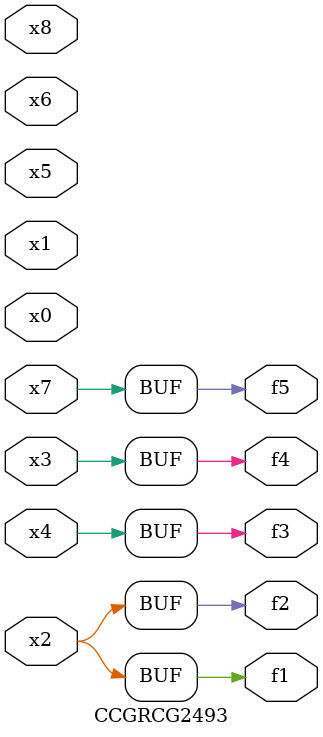
<source format=v>
module CCGRCG2493(
	input x0, x1, x2, x3, x4, x5, x6, x7, x8,
	output f1, f2, f3, f4, f5
);
	assign f1 = x2;
	assign f2 = x2;
	assign f3 = x4;
	assign f4 = x3;
	assign f5 = x7;
endmodule

</source>
